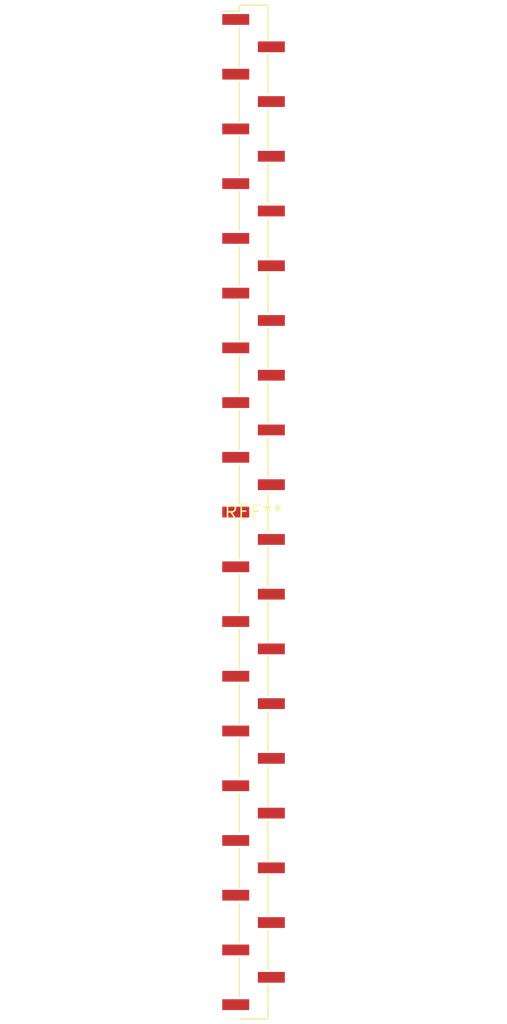
<source format=kicad_pcb>
(kicad_pcb (version 20240108) (generator pcbnew)
  (layers (0 "F.Cu" signal) (31 "B.Cu" signal) (34 "B.Paste" user) (35 "F.Paste" user) (36 "B.SilkS" user "B.Silkscreen") (37 "F.SilkS" user "F.Silkscreen") (38 "B.Mask" user) (39 "F.Mask" user) (44 "Edge.Cuts" user))
  (net 0 "")
  (footprint "PinHeader_1x37_P2.54mm_Vertical_SMD_Pin1Left" (layer "F.Cu") (at 0 0)
    (property "Reference" "REF**")
    (property "Value" "PinHeader_1x37_P2.54mm_Vertical_SMD_Pin1Left")
    (fp_line (start -1.33 -47.05) (end -1.33 -46.48) (layer "F.SilkS") (stroke (width 0.12)))
    (fp_line (start -1.33 -47.05) (end 1.33 -47.05) (layer "F.SilkS") (stroke (width 0.12)))
    (fp_line (start -1.33 -46.48) (end -2.85 -46.48) (layer "F.SilkS") (stroke (width 0.12)))
    (fp_line (start -1.33 -44.96) (end -1.33 -41.4) (layer "F.SilkS") (stroke (width 0.12)))
    (fp_line (start -1.33 -39.88) (end -1.33 -36.32) (layer "F.SilkS") (stroke (width 0.12)))
    (fp_line (start -1.33 -34.8) (end -1.33 -31.24) (layer "F.SilkS") (stroke (width 0.12)))
    (fp_line (start -1.33 -29.72) (end -1.33 -26.16) (layer "F.SilkS") (stroke (width 0.12)))
    (fp_line (start -1.33 -24.64) (end -1.33 -21.08) (layer "F.SilkS") (stroke (width 0.12)))
    (fp_line (start -1.33 -19.56) (end -1.33 -16) (layer "F.SilkS") (stroke (width 0.12)))
    (fp_line (start -1.33 -14.48) (end -1.33 -10.92) (layer "F.SilkS") (stroke (width 0.12)))
    (fp_line (start -1.33 -9.4) (end -1.33 -5.84) (layer "F.SilkS") (stroke (width 0.12)))
    (fp_line (start -1.33 -4.32) (end -1.33 -0.76) (layer "F.SilkS") (stroke (width 0.12)))
    (fp_line (start -1.33 0.76) (end -1.33 4.32) (layer "F.SilkS") (stroke (width 0.12)))
    (fp_line (start -1.33 5.84) (end -1.33 9.4) (layer "F.SilkS") (stroke (width 0.12)))
    (fp_line (start -1.33 10.92) (end -1.33 14.48) (layer "F.SilkS") (stroke (width 0.12)))
    (fp_line (start -1.33 16) (end -1.33 19.56) (layer "F.SilkS") (stroke (width 0.12)))
    (fp_line (start -1.33 21.08) (end -1.33 24.64) (layer "F.SilkS") (stroke (width 0.12)))
    (fp_line (start -1.33 26.16) (end -1.33 29.72) (layer "F.SilkS") (stroke (width 0.12)))
    (fp_line (start -1.33 31.24) (end -1.33 34.8) (layer "F.SilkS") (stroke (width 0.12)))
    (fp_line (start -1.33 36.32) (end -1.33 39.88) (layer "F.SilkS") (stroke (width 0.12)))
    (fp_line (start -1.33 41.4) (end -1.33 44.96) (layer "F.SilkS") (stroke (width 0.12)))
    (fp_line (start -1.33 47.05) (end 1.33 47.05) (layer "F.SilkS") (stroke (width 0.12)))
    (fp_line (start 1.33 -47.05) (end 1.33 -43.94) (layer "F.SilkS") (stroke (width 0.12)))
    (fp_line (start 1.33 -42.42) (end 1.33 -38.86) (layer "F.SilkS") (stroke (width 0.12)))
    (fp_line (start 1.33 -37.34) (end 1.33 -33.78) (layer "F.SilkS") (stroke (width 0.12)))
    (fp_line (start 1.33 -32.26) (end 1.33 -28.7) (layer "F.SilkS") (stroke (width 0.12)))
    (fp_line (start 1.33 -27.18) (end 1.33 -23.62) (layer "F.SilkS") (stroke (width 0.12)))
    (fp_line (start 1.33 -22.1) (end 1.33 -18.54) (layer "F.SilkS") (stroke (width 0.12)))
    (fp_line (start 1.33 -17.02) (end 1.33 -13.46) (layer "F.SilkS") (stroke (width 0.12)))
    (fp_line (start 1.33 -11.94) (end 1.33 -8.38) (layer "F.SilkS") (stroke (width 0.12)))
    (fp_line (start 1.33 -6.86) (end 1.33 -3.3) (layer "F.SilkS") (stroke (width 0.12)))
    (fp_line (start 1.33 -1.78) (end 1.33 1.78) (layer "F.SilkS") (stroke (width 0.12)))
    (fp_line (start 1.33 3.3) (end 1.33 6.86) (layer "F.SilkS") (stroke (width 0.12)))
    (fp_line (start 1.33 8.38) (end 1.33 11.94) (layer "F.SilkS") (stroke (width 0.12)))
    (fp_line (start 1.33 13.46) (end 1.33 17.02) (layer "F.SilkS") (stroke (width 0.12)))
    (fp_line (start 1.33 18.54) (end 1.33 22.1) (layer "F.SilkS") (stroke (width 0.12)))
    (fp_line (start 1.33 23.62) (end 1.33 27.18) (layer "F.SilkS") (stroke (width 0.12)))
    (fp_line (start 1.33 28.7) (end 1.33 32.26) (layer "F.SilkS") (stroke (width 0.12)))
    (fp_line (start 1.33 33.78) (end 1.33 37.34) (layer "F.SilkS") (stroke (width 0.12)))
    (fp_line (start 1.33 38.86) (end 1.33 42.42) (layer "F.SilkS") (stroke (width 0.12)))
    (fp_line (start 1.33 43.94) (end 1.33 47.05) (layer "F.SilkS") (stroke (width 0.12)))
    (fp_line (start 1.33 46.48) (end 1.33 47.05) (layer "F.SilkS") (stroke (width 0.12)))
    (pad "1" smd rect (at -1.655 -45.72) (size 2.51 1) (layers "F.Cu" "F.Paste" "F.Mask"))
    (pad "2" smd rect (at 1.655 -43.18) (size 2.51 1) (layers "F.Cu" "F.Paste" "F.Mask"))
    (pad "3" smd rect (at -1.655 -40.64) (size 2.51 1) (layers "F.Cu" "F.Paste" "F.Mask"))
    (pad "4" smd rect (at 1.655 -38.1) (size 2.51 1) (layers "F.Cu" "F.Paste" "F.Mask"))
    (pad "5" smd rect (at -1.655 -35.56) (size 2.51 1) (layers "F.Cu" "F.Paste" "F.Mask"))
    (pad "6" smd rect (at 1.655 -33.02) (size 2.51 1) (layers "F.Cu" "F.Paste" "F.Mask"))
    (pad "7" smd rect (at -1.655 -30.48) (size 2.51 1) (layers "F.Cu" "F.Paste" "F.Mask"))
    (pad "8" smd rect (at 1.655 -27.94) (size 2.51 1) (layers "F.Cu" "F.Paste" "F.Mask"))
    (pad "9" smd rect (at -1.655 -25.4) (size 2.51 1) (layers "F.Cu" "F.Paste" "F.Mask"))
    (pad "10" smd rect (at 1.655 -22.86) (size 2.51 1) (layers "F.Cu" "F.Paste" "F.Mask"))
    (pad "11" smd rect (at -1.655 -20.32) (size 2.51 1) (layers "F.Cu" "F.Paste" "F.Mask"))
    (pad "12" smd rect (at 1.655 -17.78) (size 2.51 1) (layers "F.Cu" "F.Paste" "F.Mask"))
    (pad "13" smd rect (at -1.655 -15.24) (size 2.51 1) (layers "F.Cu" "F.Paste" "F.Mask"))
    (pad "14" smd rect (at 1.655 -12.7) (size 2.51 1) (layers "F.Cu" "F.Paste" "F.Mask"))
    (pad "15" smd rect (at -1.655 -10.16) (size 2.51 1) (layers "F.Cu" "F.Paste" "F.Mask"))
    (pad "16" smd rect (at 1.655 -7.62) (size 2.51 1) (layers "F.Cu" "F.Paste" "F.Mask"))
    (pad "17" smd rect (at -1.655 -5.08) (size 2.51 1) (layers "F.Cu" "F.Paste" "F.Mask"))
    (pad "18" smd rect (at 1.655 -2.54) (size 2.51 1) (layers "F.Cu" "F.Paste" "F.Mask"))
    (pad "19" smd rect (at -1.655 0) (size 2.51 1) (layers "F.Cu" "F.Paste" "F.Mask"))
    (pad "20" smd rect (at 1.655 2.54) (size 2.51 1) (layers "F.Cu" "F.Paste" "F.Mask"))
    (pad "21" smd rect (at -1.655 5.08) (size 2.51 1) (layers "F.Cu" "F.Paste" "F.Mask"))
    (pad "22" smd rect (at 1.655 7.62) (size 2.51 1) (layers "F.Cu" "F.Paste" "F.Mask"))
    (pad "23" smd rect (at -1.655 10.16) (size 2.51 1) (layers "F.Cu" "F.Paste" "F.Mask"))
    (pad "24" smd rect (at 1.655 12.7) (size 2.51 1) (layers "F.Cu" "F.Paste" "F.Mask"))
    (pad "25" smd rect (at -1.655 15.24) (size 2.51 1) (layers "F.Cu" "F.Paste" "F.Mask"))
    (pad "26" smd rect (at 1.655 17.78) (size 2.51 1) (layers "F.Cu" "F.Paste" "F.Mask"))
    (pad "27" smd rect (at -1.655 20.32) (size 2.51 1) (layers "F.Cu" "F.Paste" "F.Mask"))
    (pad "28" smd rect (at 1.655 22.86) (size 2.51 1) (layers "F.Cu" "F.Paste" "F.Mask"))
    (pad "29" smd rect (at -1.655 25.4) (size 2.51 1) (layers "F.Cu" "F.Paste" "F.Mask"))
    (pad "30" smd rect (at 1.655 27.94) (size 2.51 1) (layers "F.Cu" "F.Paste" "F.Mask"))
    (pad "31" smd rect (at -1.655 30.48) (size 2.51 1) (layers "F.Cu" "F.Paste" "F.Mask"))
    (pad "32" smd rect (at 1.655 33.02) (size 2.51 1) (layers "F.Cu" "F.Paste" "F.Mask"))
    (pad "33" smd rect (at -1.655 35.56) (size 2.51 1) (layers "F.Cu" "F.Paste" "F.Mask"))
    (pad "34" smd rect (at 1.655 38.1) (size 2.51 1) (layers "F.Cu" "F.Paste" "F.Mask"))
    (pad "35" smd rect (at -1.655 40.64) (size 2.51 1) (layers "F.Cu" "F.Paste" "F.Mask"))
    (pad "36" smd rect (at 1.655 43.18) (size 2.51 1) (layers "F.Cu" "F.Paste" "F.Mask"))
    (pad "37" smd rect (at -1.655 45.72) (size 2.51 1) (layers "F.Cu" "F.Paste" "F.Mask"))
  )
)
</source>
